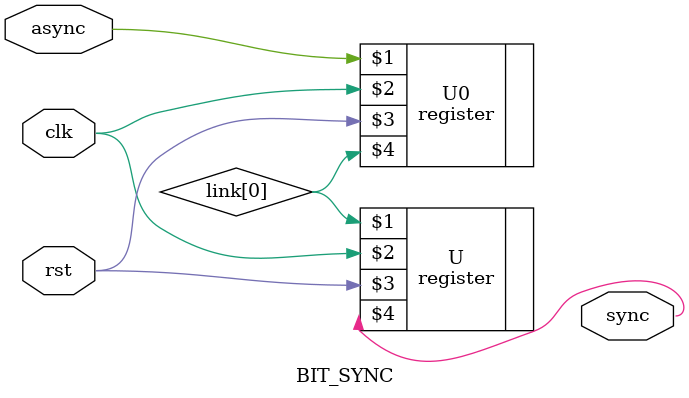
<source format=v>
`timescale 1ns / 1ps

module BIT_SYNC #(parameter BUS_WIDTH = 1 , NUM_STAGES = 2) (
	input [BUS_WIDTH - 1 : 0 ] async ,
	input clk,
	input rst,
	output [BUS_WIDTH - 1 : 0 ] sync
);


wire [BUS_WIDTH - 1:0] link [NUM_STAGES - 1 : 0];

register #(.BUS_WIDTH(BUS_WIDTH)) U0 (async , clk , rst , link [0]);

genvar i  ;

for (i=1 ; i < NUM_STAGES - 1; i=i+1) begin

 register #(.BUS_WIDTH(BUS_WIDTH)) U (link[i-1] , clk , rst , link[i] );
 
end
register #(.BUS_WIDTH(BUS_WIDTH)) U (link[NUM_STAGES - 2] , clk , rst , sync );

endmodule

</source>
